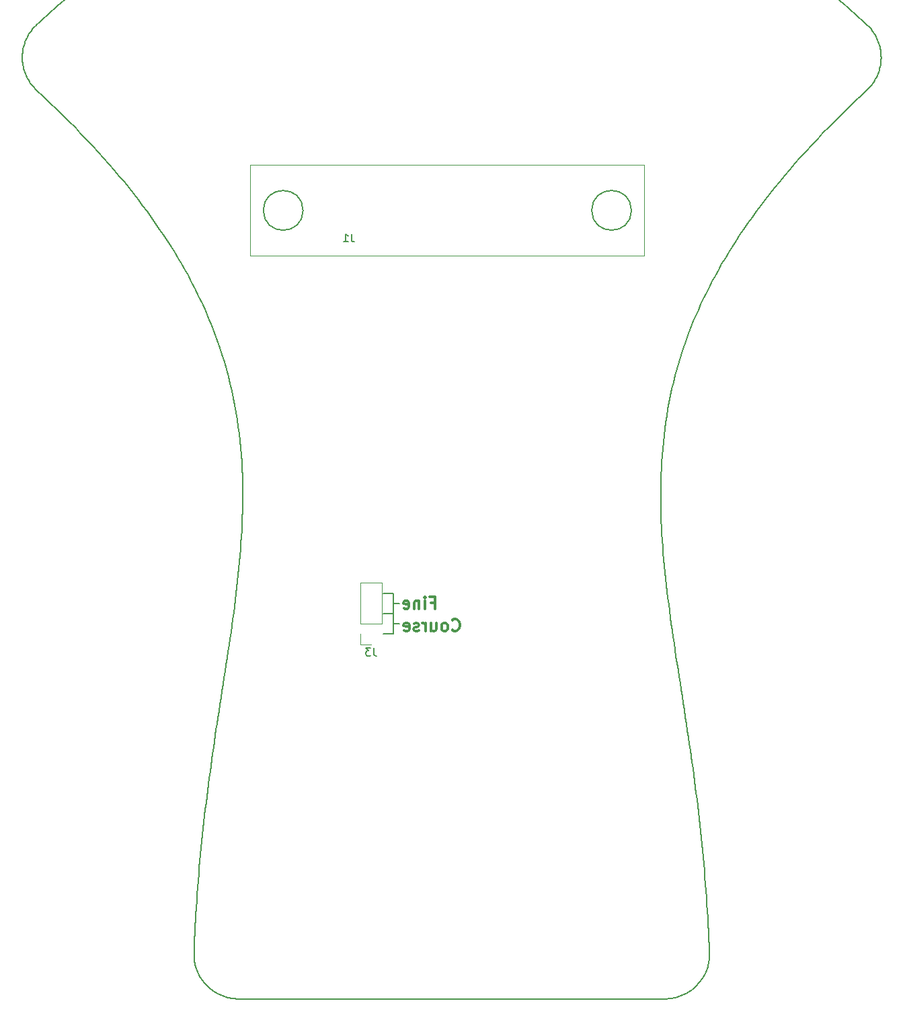
<source format=gbr>
G04 #@! TF.GenerationSoftware,KiCad,Pcbnew,(5.1.6)-1*
G04 #@! TF.CreationDate,2020-08-11T13:40:37+01:00*
G04 #@! TF.ProjectId,controller,636f6e74-726f-46c6-9c65-722e6b696361,rev?*
G04 #@! TF.SameCoordinates,Original*
G04 #@! TF.FileFunction,Legend,Bot*
G04 #@! TF.FilePolarity,Positive*
%FSLAX46Y46*%
G04 Gerber Fmt 4.6, Leading zero omitted, Abs format (unit mm)*
G04 Created by KiCad (PCBNEW (5.1.6)-1) date 2020-08-11 13:40:37*
%MOMM*%
%LPD*%
G01*
G04 APERTURE LIST*
%ADD10C,0.150000*%
%ADD11C,0.300000*%
G04 #@! TA.AperFunction,Profile*
%ADD12C,0.200000*%
G04 #@! TD*
%ADD13C,0.120000*%
%ADD14C,0.200000*%
G04 APERTURE END LIST*
D10*
X84328000Y-133350000D02*
X85090000Y-133350000D01*
X84328000Y-130810000D02*
X85090000Y-130810000D01*
X84328000Y-134620000D02*
X84328000Y-132080000D01*
X83058000Y-134620000D02*
X84328000Y-134620000D01*
X83058000Y-132080000D02*
X84328000Y-132080000D01*
X84328000Y-132080000D02*
X83058000Y-132080000D01*
X84328000Y-129540000D02*
X84328000Y-132080000D01*
X83058000Y-129540000D02*
X84328000Y-129540000D01*
D11*
X89094285Y-130702857D02*
X89594285Y-130702857D01*
X89594285Y-131488571D02*
X89594285Y-129988571D01*
X88880000Y-129988571D01*
X88308571Y-131488571D02*
X88308571Y-130488571D01*
X88308571Y-129988571D02*
X88380000Y-130060000D01*
X88308571Y-130131428D01*
X88237142Y-130060000D01*
X88308571Y-129988571D01*
X88308571Y-130131428D01*
X87594285Y-130488571D02*
X87594285Y-131488571D01*
X87594285Y-130631428D02*
X87522857Y-130560000D01*
X87380000Y-130488571D01*
X87165714Y-130488571D01*
X87022857Y-130560000D01*
X86951428Y-130702857D01*
X86951428Y-131488571D01*
X85665714Y-131417142D02*
X85808571Y-131488571D01*
X86094285Y-131488571D01*
X86237142Y-131417142D01*
X86308571Y-131274285D01*
X86308571Y-130702857D01*
X86237142Y-130560000D01*
X86094285Y-130488571D01*
X85808571Y-130488571D01*
X85665714Y-130560000D01*
X85594285Y-130702857D01*
X85594285Y-130845714D01*
X86308571Y-130988571D01*
X91761142Y-134139714D02*
X91832571Y-134211142D01*
X92046857Y-134282571D01*
X92189714Y-134282571D01*
X92404000Y-134211142D01*
X92546857Y-134068285D01*
X92618285Y-133925428D01*
X92689714Y-133639714D01*
X92689714Y-133425428D01*
X92618285Y-133139714D01*
X92546857Y-132996857D01*
X92404000Y-132854000D01*
X92189714Y-132782571D01*
X92046857Y-132782571D01*
X91832571Y-132854000D01*
X91761142Y-132925428D01*
X90904000Y-134282571D02*
X91046857Y-134211142D01*
X91118285Y-134139714D01*
X91189714Y-133996857D01*
X91189714Y-133568285D01*
X91118285Y-133425428D01*
X91046857Y-133354000D01*
X90904000Y-133282571D01*
X90689714Y-133282571D01*
X90546857Y-133354000D01*
X90475428Y-133425428D01*
X90404000Y-133568285D01*
X90404000Y-133996857D01*
X90475428Y-134139714D01*
X90546857Y-134211142D01*
X90689714Y-134282571D01*
X90904000Y-134282571D01*
X89118285Y-133282571D02*
X89118285Y-134282571D01*
X89761142Y-133282571D02*
X89761142Y-134068285D01*
X89689714Y-134211142D01*
X89546857Y-134282571D01*
X89332571Y-134282571D01*
X89189714Y-134211142D01*
X89118285Y-134139714D01*
X88404000Y-134282571D02*
X88404000Y-133282571D01*
X88404000Y-133568285D02*
X88332571Y-133425428D01*
X88261142Y-133354000D01*
X88118285Y-133282571D01*
X87975428Y-133282571D01*
X87546857Y-134211142D02*
X87404000Y-134282571D01*
X87118285Y-134282571D01*
X86975428Y-134211142D01*
X86904000Y-134068285D01*
X86904000Y-133996857D01*
X86975428Y-133854000D01*
X87118285Y-133782571D01*
X87332571Y-133782571D01*
X87475428Y-133711142D01*
X87546857Y-133568285D01*
X87546857Y-133496857D01*
X87475428Y-133354000D01*
X87332571Y-133282571D01*
X87118285Y-133282571D01*
X86975428Y-133354000D01*
X85689714Y-134211142D02*
X85832571Y-134282571D01*
X86118285Y-134282571D01*
X86261142Y-134211142D01*
X86332571Y-134068285D01*
X86332571Y-133496857D01*
X86261142Y-133354000D01*
X86118285Y-133282571D01*
X85832571Y-133282571D01*
X85689714Y-133354000D01*
X85618285Y-133496857D01*
X85618285Y-133639714D01*
X86332571Y-133782571D01*
D12*
X145686549Y-63057868D02*
X145720763Y-62831959D01*
X145720763Y-62831959D02*
X145745701Y-62604626D01*
X145745701Y-62604626D02*
X145761358Y-62376319D01*
X145761358Y-62376319D02*
X145767730Y-62147490D01*
X145767730Y-62147490D02*
X145764815Y-61918591D01*
X145764815Y-61918591D02*
X145752610Y-61690074D01*
X145752610Y-61690074D02*
X145731109Y-61462390D01*
X145731109Y-61462390D02*
X145700312Y-61235991D01*
X62255540Y-145188824D02*
X62142623Y-145934420D01*
X62142623Y-145934420D02*
X62030322Y-146682999D01*
X62030322Y-146682999D02*
X61918730Y-147434623D01*
X61918730Y-147434623D02*
X61807944Y-148189359D01*
X61807944Y-148189359D02*
X61698058Y-148947271D01*
X61698058Y-148947271D02*
X61589167Y-149708424D01*
X61589167Y-149708424D02*
X61481368Y-150472882D01*
X61481368Y-150472882D02*
X61374755Y-151240711D01*
X61374755Y-151240711D02*
X61269423Y-152011975D01*
X61269423Y-152011975D02*
X61165468Y-152786739D01*
X61165468Y-152786739D02*
X61062985Y-153565068D01*
X61062985Y-153565068D02*
X60962069Y-154347027D01*
X60962069Y-154347027D02*
X60862816Y-155132681D01*
X60862816Y-155132681D02*
X60765320Y-155922094D01*
X60765320Y-155922094D02*
X60669677Y-156715331D01*
X60669677Y-156715331D02*
X60575983Y-157512457D01*
X60575983Y-157512457D02*
X60484331Y-158313537D01*
X60484331Y-158313537D02*
X60394819Y-159118636D01*
X60394819Y-159118636D02*
X60307540Y-159927818D01*
X60307540Y-159927818D02*
X60222591Y-160741148D01*
X60222591Y-160741148D02*
X60140066Y-161558692D01*
X60140066Y-161558692D02*
X60060060Y-162380514D01*
X60060060Y-162380514D02*
X59982670Y-163206678D01*
X59982670Y-163206678D02*
X59907989Y-164037251D01*
X59907989Y-164037251D02*
X59836115Y-164872295D01*
X59836115Y-164872295D02*
X59767140Y-165711877D01*
X59767140Y-165711877D02*
X59701162Y-166556061D01*
X59701162Y-166556061D02*
X59638275Y-167404912D01*
X59638275Y-167404912D02*
X59578574Y-168258494D01*
X59578574Y-168258494D02*
X59522155Y-169116873D01*
X59522155Y-169116873D02*
X59469113Y-169980114D01*
X59469113Y-169980114D02*
X59419543Y-170848281D01*
X39356251Y-58051339D02*
G75*
G02*
X144031637Y-58051339I52337693J-54916904D01*
G01*
X59463003Y-176542790D02*
X59530561Y-176757145D01*
X59530561Y-176757145D02*
X59606786Y-176968792D01*
X59606786Y-176968792D02*
X59691491Y-177177341D01*
X59691491Y-177177341D02*
X59784492Y-177382404D01*
X59784492Y-177382404D02*
X59885601Y-177583593D01*
X59885601Y-177583593D02*
X59994634Y-177780519D01*
X59994634Y-177780519D02*
X60111406Y-177972794D01*
X60111406Y-177972794D02*
X60235731Y-178160030D01*
X59419543Y-170848281D02*
X59406402Y-171090143D01*
X59406402Y-171090143D02*
X59393521Y-171332387D01*
X59393521Y-171332387D02*
X59380898Y-171575013D01*
X59380898Y-171575013D02*
X59368535Y-171818022D01*
X59368535Y-171818022D02*
X59356434Y-172061415D01*
X59356434Y-172061415D02*
X59344594Y-172305191D01*
X59344594Y-172305191D02*
X59333017Y-172549353D01*
X59333017Y-172549353D02*
X59321704Y-172793901D01*
X59321704Y-172793901D02*
X59310656Y-173038836D01*
X59310656Y-173038836D02*
X59299873Y-173284158D01*
X59299873Y-173284158D02*
X59289356Y-173529867D01*
X59289356Y-173529867D02*
X59279107Y-173775966D01*
X59279107Y-173775966D02*
X59269127Y-174022454D01*
X59269127Y-174022454D02*
X59259416Y-174269333D01*
X59259416Y-174269333D02*
X59249974Y-174516603D01*
X59249974Y-174516603D02*
X59240805Y-174764265D01*
X123924885Y-176542790D02*
X123983687Y-176325871D01*
X123983687Y-176325871D02*
X124033731Y-176106560D01*
X124033731Y-176106560D02*
X124074964Y-175885282D01*
X124074964Y-175885282D02*
X124107331Y-175662462D01*
X124107331Y-175662462D02*
X124130780Y-175438525D01*
X124130780Y-175438525D02*
X124145257Y-175213896D01*
X124145257Y-175213896D02*
X124150709Y-174989001D01*
X124150709Y-174989001D02*
X124147083Y-174764265D01*
X39417939Y-66216946D02*
X40264668Y-67006040D01*
X40264668Y-67006040D02*
X41094945Y-67792281D01*
X41094945Y-67792281D02*
X41908874Y-68575709D01*
X41908874Y-68575709D02*
X42706561Y-69356363D01*
X42706561Y-69356363D02*
X43488112Y-70134280D01*
X43488112Y-70134280D02*
X44253633Y-70909501D01*
X44253633Y-70909501D02*
X45003229Y-71682063D01*
X45003229Y-71682063D02*
X45737007Y-72452007D01*
X45737007Y-72452007D02*
X46455072Y-73219371D01*
X46455072Y-73219371D02*
X47157531Y-73984193D01*
X47157531Y-73984193D02*
X47844487Y-74746513D01*
X47844487Y-74746513D02*
X48516049Y-75506371D01*
X48516049Y-75506371D02*
X49172321Y-76263803D01*
X49172321Y-76263803D02*
X49813409Y-77018851D01*
X49813409Y-77018851D02*
X50439420Y-77771552D01*
X50439420Y-77771552D02*
X51050458Y-78521946D01*
X51050458Y-78521946D02*
X51646630Y-79270071D01*
X51646630Y-79270071D02*
X52228041Y-80015966D01*
X52228041Y-80015966D02*
X52794798Y-80759671D01*
X52794798Y-80759671D02*
X53347006Y-81501224D01*
X53347006Y-81501224D02*
X53884771Y-82240664D01*
X53884771Y-82240664D02*
X54408198Y-82978030D01*
X54408198Y-82978030D02*
X54917394Y-83713362D01*
X54917394Y-83713362D02*
X55412464Y-84446698D01*
X55412464Y-84446698D02*
X55893515Y-85178076D01*
X55893515Y-85178076D02*
X56360651Y-85907536D01*
X56360651Y-85907536D02*
X56813979Y-86635118D01*
X56813979Y-86635118D02*
X57253605Y-87360859D01*
X57253605Y-87360859D02*
X57679634Y-88084798D01*
X57679634Y-88084798D02*
X58092172Y-88806976D01*
X58092172Y-88806976D02*
X58491326Y-89527430D01*
X58491326Y-89527430D02*
X58877200Y-90246200D01*
X121908070Y-179450288D02*
X122085182Y-179311923D01*
X122085182Y-179311923D02*
X122256719Y-179166392D01*
X122256719Y-179166392D02*
X122422382Y-179014003D01*
X122422382Y-179014003D02*
X122581874Y-178855067D01*
X122581874Y-178855067D02*
X122734896Y-178689892D01*
X122734896Y-178689892D02*
X122881149Y-178518788D01*
X122881149Y-178518788D02*
X123020335Y-178342064D01*
X123020335Y-178342064D02*
X123152157Y-178160030D01*
X118550799Y-180568242D02*
X118775518Y-180563680D01*
X118775518Y-180563680D02*
X119000066Y-180550040D01*
X119000066Y-180550040D02*
X119224018Y-180527390D01*
X119224018Y-180527390D02*
X119446952Y-180495800D01*
X119446952Y-180495800D02*
X119668445Y-180455338D01*
X119668445Y-180455338D02*
X119888074Y-180406074D01*
X119888074Y-180406074D02*
X120105417Y-180348074D01*
X120105417Y-180348074D02*
X120320050Y-180281410D01*
X61479818Y-179450288D02*
X61662400Y-179581349D01*
X61662400Y-179581349D02*
X61850294Y-179705047D01*
X61850294Y-179705047D02*
X62043118Y-179821181D01*
X62043118Y-179821181D02*
X62240490Y-179929551D01*
X62240490Y-179929551D02*
X62442030Y-180029959D01*
X62442030Y-180029959D02*
X62647355Y-180122204D01*
X62647355Y-180122204D02*
X62856085Y-180206088D01*
X62856085Y-180206088D02*
X63067838Y-180281410D01*
X65354190Y-119223991D02*
X65329556Y-120019837D01*
X65329556Y-120019837D02*
X65297695Y-120815483D01*
X65297695Y-120815483D02*
X65258866Y-121611048D01*
X65258866Y-121611048D02*
X65213323Y-122406652D01*
X65213323Y-122406652D02*
X65161325Y-123202416D01*
X65161325Y-123202416D02*
X65103128Y-123998461D01*
X65103128Y-123998461D02*
X65038989Y-124794906D01*
X65038989Y-124794906D02*
X64969164Y-125591874D01*
X64969164Y-125591874D02*
X64893911Y-126389483D01*
X64893911Y-126389483D02*
X64813486Y-127187855D01*
X64813486Y-127187855D02*
X64728146Y-127987109D01*
X64728146Y-127987109D02*
X64638148Y-128787368D01*
X64638148Y-128787368D02*
X64543750Y-129588750D01*
X64543750Y-129588750D02*
X64445206Y-130391377D01*
X64445206Y-130391377D02*
X64342776Y-131195368D01*
X64342776Y-131195368D02*
X64236715Y-132000846D01*
X64236715Y-132000846D02*
X64127279Y-132807929D01*
X64127279Y-132807929D02*
X64014727Y-133616738D01*
X64014727Y-133616738D02*
X63899315Y-134427395D01*
X63899315Y-134427395D02*
X63781299Y-135240018D01*
X63781299Y-135240018D02*
X63660937Y-136054730D01*
X63660937Y-136054730D02*
X63538485Y-136871650D01*
X63538485Y-136871650D02*
X63414201Y-137690900D01*
X63414201Y-137690900D02*
X63288340Y-138512598D01*
X63288340Y-138512598D02*
X63161160Y-139336867D01*
X63161160Y-139336867D02*
X63032918Y-140163825D01*
X63032918Y-140163825D02*
X62903871Y-140993595D01*
X62903871Y-140993595D02*
X62774274Y-141826296D01*
X62774274Y-141826296D02*
X62644386Y-142662049D01*
X62644386Y-142662049D02*
X62514463Y-143500974D01*
X62514463Y-143500974D02*
X62384762Y-144343192D01*
X62384762Y-144343192D02*
X62255540Y-145188824D01*
X122138302Y-95298900D02*
X122437237Y-94586586D01*
X122437237Y-94586586D02*
X122748557Y-93872817D01*
X122748557Y-93872817D02*
X123072389Y-93157555D01*
X123072389Y-93157555D02*
X123408857Y-92440760D01*
X123408857Y-92440760D02*
X123758089Y-91722391D01*
X123758089Y-91722391D02*
X124120210Y-91002411D01*
X124120210Y-91002411D02*
X124495346Y-90280778D01*
X124495346Y-90280778D02*
X124883623Y-89557455D01*
X124883623Y-89557455D02*
X125285168Y-88832400D01*
X125285168Y-88832400D02*
X125700106Y-88105575D01*
X125700106Y-88105575D02*
X126128564Y-87376940D01*
X126128564Y-87376940D02*
X126570668Y-86646456D01*
X126570668Y-86646456D02*
X127026543Y-85914083D01*
X127026543Y-85914083D02*
X127496316Y-85179782D01*
X127496316Y-85179782D02*
X127980112Y-84443512D01*
X127980112Y-84443512D02*
X128478059Y-83705235D01*
X128478059Y-83705235D02*
X128990281Y-82964912D01*
X128990281Y-82964912D02*
X129516906Y-82222502D01*
X129516906Y-82222502D02*
X130058058Y-81477966D01*
X130058058Y-81477966D02*
X130613865Y-80731264D01*
X130613865Y-80731264D02*
X131184451Y-79982358D01*
X131184451Y-79982358D02*
X131769944Y-79231207D01*
X131769944Y-79231207D02*
X132370470Y-78477772D01*
X132370470Y-78477772D02*
X132986153Y-77722014D01*
X132986153Y-77722014D02*
X133617121Y-76963893D01*
X133617121Y-76963893D02*
X134263499Y-76203369D01*
X134263499Y-76203369D02*
X134925414Y-75440404D01*
X134925414Y-75440404D02*
X135602992Y-74674957D01*
X135602992Y-74674957D02*
X136296358Y-73906989D01*
X136296358Y-73906989D02*
X137005639Y-73136460D01*
X137005639Y-73136460D02*
X137730961Y-72363332D01*
X137730961Y-72363332D02*
X138472450Y-71587564D01*
X120320050Y-180281410D02*
X120531802Y-180206088D01*
X120531802Y-180206088D02*
X120740532Y-180122204D01*
X120740532Y-180122204D02*
X120945857Y-180029959D01*
X120945857Y-180029959D02*
X121147397Y-179929551D01*
X121147397Y-179929551D02*
X121344769Y-179821181D01*
X121344769Y-179821181D02*
X121537593Y-179705047D01*
X121537593Y-179705047D02*
X121725487Y-179581349D01*
X121725487Y-179581349D02*
X121908070Y-179450288D01*
X118155210Y-122056872D02*
X118110681Y-121235843D01*
X118110681Y-121235843D02*
X118073652Y-120414529D01*
X118073652Y-120414529D02*
X118044463Y-119592862D01*
X118044463Y-119592862D02*
X118023454Y-118770772D01*
X118023454Y-118770772D02*
X118010966Y-117948190D01*
X118010966Y-117948190D02*
X118007338Y-117125045D01*
X118007338Y-117125045D02*
X118012911Y-116301270D01*
X118012911Y-116301270D02*
X118028026Y-115476794D01*
X118028026Y-115476794D02*
X118053024Y-114651548D01*
X118053024Y-114651548D02*
X118088243Y-113825463D01*
X118088243Y-113825463D02*
X118134026Y-112998469D01*
X118134026Y-112998469D02*
X118190711Y-112170498D01*
X118190711Y-112170498D02*
X118258640Y-111341479D01*
X118258640Y-111341479D02*
X118338154Y-110511343D01*
X118338154Y-110511343D02*
X118429591Y-109680022D01*
X118429591Y-109680022D02*
X118533294Y-108847445D01*
X118533294Y-108847445D02*
X118649601Y-108013544D01*
X118649601Y-108013544D02*
X118778854Y-107178248D01*
X118778854Y-107178248D02*
X118921393Y-106341489D01*
X118921393Y-106341489D02*
X119077559Y-105503198D01*
X119077559Y-105503198D02*
X119247691Y-104663304D01*
X119247691Y-104663304D02*
X119432130Y-103821739D01*
X119432130Y-103821739D02*
X119631217Y-102978433D01*
X119631217Y-102978433D02*
X119845292Y-102133317D01*
X119845292Y-102133317D02*
X120074695Y-101286321D01*
X120074695Y-101286321D02*
X120319767Y-100437376D01*
X120319767Y-100437376D02*
X120580847Y-99586414D01*
X120580847Y-99586414D02*
X120858278Y-98733363D01*
X120858278Y-98733363D02*
X121152398Y-97878156D01*
X121152398Y-97878156D02*
X121463548Y-97020723D01*
X121463548Y-97020723D02*
X121792069Y-96160994D01*
X121792069Y-96160994D02*
X122138302Y-95298900D01*
X37701339Y-63057868D02*
X37744850Y-63282172D01*
X37744850Y-63282172D02*
X37797579Y-63504710D01*
X37797579Y-63504710D02*
X37859378Y-63725054D01*
X37859378Y-63725054D02*
X37930099Y-63942778D01*
X37930099Y-63942778D02*
X38009593Y-64157454D01*
X38009593Y-64157454D02*
X38097711Y-64368654D01*
X38097711Y-64368654D02*
X38194305Y-64575952D01*
X38194305Y-64575952D02*
X38299226Y-64778921D01*
X121633344Y-148544940D02*
X121505377Y-147674690D01*
X121505377Y-147674690D02*
X121376138Y-146808436D01*
X121376138Y-146808436D02*
X121245879Y-145946053D01*
X121245879Y-145946053D02*
X121114852Y-145087416D01*
X121114852Y-145087416D02*
X120983307Y-144232398D01*
X120983307Y-144232398D02*
X120851497Y-143380875D01*
X120851497Y-143380875D02*
X120719672Y-142532721D01*
X120719672Y-142532721D02*
X120588085Y-141687811D01*
X120588085Y-141687811D02*
X120456988Y-140846018D01*
X120456988Y-140846018D02*
X120326630Y-140007218D01*
X120326630Y-140007218D02*
X120197265Y-139171286D01*
X120197265Y-139171286D02*
X120069143Y-138338095D01*
X120069143Y-138338095D02*
X119942516Y-137507520D01*
X119942516Y-137507520D02*
X119817636Y-136679437D01*
X119817636Y-136679437D02*
X119694754Y-135853719D01*
X119694754Y-135853719D02*
X119574122Y-135030241D01*
X119574122Y-135030241D02*
X119455991Y-134208877D01*
X119455991Y-134208877D02*
X119340613Y-133389503D01*
X119340613Y-133389503D02*
X119228239Y-132571992D01*
X119228239Y-132571992D02*
X119119121Y-131756219D01*
X119119121Y-131756219D02*
X119013510Y-130942060D01*
X119013510Y-130942060D02*
X118911658Y-130129387D01*
X118911658Y-130129387D02*
X118813816Y-129318077D01*
X118813816Y-129318077D02*
X118720236Y-128508003D01*
X118720236Y-128508003D02*
X118631170Y-127699040D01*
X118631170Y-127699040D02*
X118546868Y-126891063D01*
X118546868Y-126891063D02*
X118467583Y-126083946D01*
X118467583Y-126083946D02*
X118393566Y-125277563D01*
X118393566Y-125277563D02*
X118325069Y-124471790D01*
X118325069Y-124471790D02*
X118262343Y-123666501D01*
X118262343Y-123666501D02*
X118205639Y-122861570D01*
X118205639Y-122861570D02*
X118155210Y-122056872D01*
X59240805Y-174764265D02*
X59237178Y-174989001D01*
X59237178Y-174989001D02*
X59242630Y-175213896D01*
X59242630Y-175213896D02*
X59257107Y-175438525D01*
X59257107Y-175438525D02*
X59280556Y-175662462D01*
X59280556Y-175662462D02*
X59312923Y-175885282D01*
X59312923Y-175885282D02*
X59354156Y-176106560D01*
X59354156Y-176106560D02*
X59404200Y-176325871D01*
X59404200Y-176325871D02*
X59463003Y-176542790D01*
X39356251Y-58051339D02*
X39194128Y-58212362D01*
X39194128Y-58212362D02*
X39038611Y-58380054D01*
X39038611Y-58380054D02*
X38889970Y-58554055D01*
X38889970Y-58554055D02*
X38748477Y-58734004D01*
X38748477Y-58734004D02*
X38614401Y-58919543D01*
X38614401Y-58919543D02*
X38488014Y-59110312D01*
X38488014Y-59110312D02*
X38369587Y-59305951D01*
X38369587Y-59305951D02*
X38259391Y-59506101D01*
X138472450Y-71587564D02*
X138632794Y-71421659D01*
X138632794Y-71421659D02*
X138793871Y-71255632D01*
X138793871Y-71255632D02*
X138955681Y-71089485D01*
X138955681Y-71089485D02*
X139118226Y-70923215D01*
X139118226Y-70923215D02*
X139281505Y-70756822D01*
X139281505Y-70756822D02*
X139445519Y-70590308D01*
X139445519Y-70590308D02*
X139610269Y-70423670D01*
X139610269Y-70423670D02*
X139775755Y-70256909D01*
X139775755Y-70256909D02*
X139941979Y-70090025D01*
X139941979Y-70090025D02*
X140108940Y-69923017D01*
X140108940Y-69923017D02*
X140276639Y-69755885D01*
X140276639Y-69755885D02*
X140445077Y-69588629D01*
X140445077Y-69588629D02*
X140614255Y-69421248D01*
X140614255Y-69421248D02*
X140784173Y-69253742D01*
X140784173Y-69253742D02*
X140954831Y-69086111D01*
X140954831Y-69086111D02*
X141126231Y-68918355D01*
X141126231Y-68918355D02*
X141298373Y-68750472D01*
X141298373Y-68750472D02*
X141471258Y-68582464D01*
X141471258Y-68582464D02*
X141644885Y-68414329D01*
X141644885Y-68414329D02*
X141819256Y-68246068D01*
X141819256Y-68246068D02*
X141994372Y-68077680D01*
X141994372Y-68077680D02*
X142170233Y-67909164D01*
X142170233Y-67909164D02*
X142346839Y-67740521D01*
X142346839Y-67740521D02*
X142524191Y-67571750D01*
X142524191Y-67571750D02*
X142702291Y-67402851D01*
X142702291Y-67402851D02*
X142881137Y-67233823D01*
X142881137Y-67233823D02*
X143060732Y-67064667D01*
X143060732Y-67064667D02*
X143241076Y-66895382D01*
X143241076Y-66895382D02*
X143422168Y-66725968D01*
X143422168Y-66725968D02*
X143604011Y-66556424D01*
X143604011Y-66556424D02*
X143786604Y-66386750D01*
X143786604Y-66386750D02*
X143969949Y-66216946D01*
X38299226Y-64778921D02*
X38412433Y-64977383D01*
X38412433Y-64977383D02*
X38533802Y-65171210D01*
X38533802Y-65171210D02*
X38663057Y-65360048D01*
X38663057Y-65360048D02*
X38799920Y-65543540D01*
X38799920Y-65543540D02*
X38944116Y-65721331D01*
X38944116Y-65721331D02*
X39095369Y-65893066D01*
X39095369Y-65893066D02*
X39253402Y-66058390D01*
X39253402Y-66058390D02*
X39417939Y-66216946D01*
X123152157Y-178160030D02*
X123276481Y-177972794D01*
X123276481Y-177972794D02*
X123393253Y-177780519D01*
X123393253Y-177780519D02*
X123502286Y-177583593D01*
X123502286Y-177583593D02*
X123603396Y-177382404D01*
X123603396Y-177382404D02*
X123696396Y-177177341D01*
X123696396Y-177177341D02*
X123781101Y-176968792D01*
X123781101Y-176968792D02*
X123857326Y-176757145D01*
X123857326Y-176757145D02*
X123924885Y-176542790D01*
X145700312Y-61235991D02*
X145660194Y-61011054D01*
X145660194Y-61011054D02*
X145610833Y-60787745D01*
X145610833Y-60787745D02*
X145552370Y-60566492D01*
X145552370Y-60566492D02*
X145484947Y-60347725D01*
X145484947Y-60347725D02*
X145408706Y-60131872D01*
X145408706Y-60131872D02*
X145323789Y-59919365D01*
X145323789Y-59919365D02*
X145230339Y-59710631D01*
X145230339Y-59710631D02*
X145128497Y-59506101D01*
X143969949Y-66216946D02*
X144134485Y-66058390D01*
X144134485Y-66058390D02*
X144292518Y-65893066D01*
X144292518Y-65893066D02*
X144443771Y-65721331D01*
X144443771Y-65721331D02*
X144587967Y-65543540D01*
X144587967Y-65543540D02*
X144724830Y-65360048D01*
X144724830Y-65360048D02*
X144854085Y-65171210D01*
X144854085Y-65171210D02*
X144975454Y-64977383D01*
X144975454Y-64977383D02*
X145088662Y-64778921D01*
X124147083Y-174764265D02*
X124112697Y-173874737D01*
X124112697Y-173874737D02*
X124074630Y-172990324D01*
X124074630Y-172990324D02*
X124032963Y-172110969D01*
X124032963Y-172110969D02*
X123987780Y-171236612D01*
X123987780Y-171236612D02*
X123939164Y-170367193D01*
X123939164Y-170367193D02*
X123887199Y-169502656D01*
X123887199Y-169502656D02*
X123831968Y-168642939D01*
X123831968Y-168642939D02*
X123773554Y-167787986D01*
X123773554Y-167787986D02*
X123712041Y-166937736D01*
X123712041Y-166937736D02*
X123647511Y-166092131D01*
X123647511Y-166092131D02*
X123580048Y-165251113D01*
X123580048Y-165251113D02*
X123509736Y-164414622D01*
X123509736Y-164414622D02*
X123436658Y-163582599D01*
X123436658Y-163582599D02*
X123360896Y-162754986D01*
X123360896Y-162754986D02*
X123282535Y-161931724D01*
X123282535Y-161931724D02*
X123201657Y-161112754D01*
X123201657Y-161112754D02*
X123118346Y-160298017D01*
X123118346Y-160298017D02*
X123032685Y-159487455D01*
X123032685Y-159487455D02*
X122944758Y-158681008D01*
X122944758Y-158681008D02*
X122854647Y-157878617D01*
X122854647Y-157878617D02*
X122762437Y-157080225D01*
X122762437Y-157080225D02*
X122668209Y-156285771D01*
X122668209Y-156285771D02*
X122572049Y-155495198D01*
X122572049Y-155495198D02*
X122474038Y-154708446D01*
X122474038Y-154708446D02*
X122374260Y-153925457D01*
X122374260Y-153925457D02*
X122272799Y-153146171D01*
X122272799Y-153146171D02*
X122169738Y-152370530D01*
X122169738Y-152370530D02*
X122065160Y-151598475D01*
X122065160Y-151598475D02*
X121959148Y-150829948D01*
X121959148Y-150829948D02*
X121851786Y-150064888D01*
X121851786Y-150064888D02*
X121743156Y-149303239D01*
X121743156Y-149303239D02*
X121633344Y-148544940D01*
X145128497Y-59506101D02*
X145018300Y-59305951D01*
X145018300Y-59305951D02*
X144899873Y-59110312D01*
X144899873Y-59110312D02*
X144773486Y-58919543D01*
X144773486Y-58919543D02*
X144639410Y-58734004D01*
X144639410Y-58734004D02*
X144497917Y-58554055D01*
X144497917Y-58554055D02*
X144349276Y-58380054D01*
X144349276Y-58380054D02*
X144193759Y-58212362D01*
X144193759Y-58212362D02*
X144031637Y-58051339D01*
X38259391Y-59506101D02*
X38157548Y-59710631D01*
X38157548Y-59710631D02*
X38064098Y-59919365D01*
X38064098Y-59919365D02*
X37979181Y-60131872D01*
X37979181Y-60131872D02*
X37902940Y-60347725D01*
X37902940Y-60347725D02*
X37835517Y-60566492D01*
X37835517Y-60566492D02*
X37777054Y-60787745D01*
X37777054Y-60787745D02*
X37727693Y-61011054D01*
X37727693Y-61011054D02*
X37687576Y-61235991D01*
X37687576Y-61235991D02*
X37656778Y-61462390D01*
X37656778Y-61462390D02*
X37635277Y-61690074D01*
X37635277Y-61690074D02*
X37623072Y-61918591D01*
X37623072Y-61918591D02*
X37620157Y-62147490D01*
X37620157Y-62147490D02*
X37626529Y-62376319D01*
X37626529Y-62376319D02*
X37642186Y-62604626D01*
X37642186Y-62604626D02*
X37667124Y-62831959D01*
X37667124Y-62831959D02*
X37701339Y-63057868D01*
X64837089Y-180568242D02*
X118550799Y-180568242D01*
X63067838Y-180281410D02*
X63282470Y-180348074D01*
X63282470Y-180348074D02*
X63499813Y-180406074D01*
X63499813Y-180406074D02*
X63719442Y-180455338D01*
X63719442Y-180455338D02*
X63940935Y-180495800D01*
X63940935Y-180495800D02*
X64163869Y-180527390D01*
X64163869Y-180527390D02*
X64387821Y-180550040D01*
X64387821Y-180550040D02*
X64612369Y-180563680D01*
X64612369Y-180563680D02*
X64837089Y-180568242D01*
X145088662Y-64778921D02*
X145193582Y-64575952D01*
X145193582Y-64575952D02*
X145290176Y-64368654D01*
X145290176Y-64368654D02*
X145378294Y-64157454D01*
X145378294Y-64157454D02*
X145457788Y-63942778D01*
X145457788Y-63942778D02*
X145528509Y-63725054D01*
X145528509Y-63725054D02*
X145590308Y-63504710D01*
X145590308Y-63504710D02*
X145643037Y-63282172D01*
X145643037Y-63282172D02*
X145686549Y-63057868D01*
X60235731Y-178160030D02*
X60367552Y-178342064D01*
X60367552Y-178342064D02*
X60506738Y-178518788D01*
X60506738Y-178518788D02*
X60652991Y-178689892D01*
X60652991Y-178689892D02*
X60806013Y-178855067D01*
X60806013Y-178855067D02*
X60965505Y-179014003D01*
X60965505Y-179014003D02*
X61131168Y-179166392D01*
X61131168Y-179166392D02*
X61302705Y-179311923D01*
X61302705Y-179311923D02*
X61479818Y-179450288D01*
X58877200Y-90246200D02*
X59363340Y-91186366D01*
X59363340Y-91186366D02*
X59827105Y-92123562D01*
X59827105Y-92123562D02*
X60268902Y-93057862D01*
X60268902Y-93057862D02*
X60689138Y-93989339D01*
X60689138Y-93989339D02*
X61088220Y-94918068D01*
X61088220Y-94918068D02*
X61466555Y-95844122D01*
X61466555Y-95844122D02*
X61824550Y-96767574D01*
X61824550Y-96767574D02*
X62162611Y-97688498D01*
X62162611Y-97688498D02*
X62481146Y-98606969D01*
X62481146Y-98606969D02*
X62780562Y-99523059D01*
X62780562Y-99523059D02*
X63061265Y-100436842D01*
X63061265Y-100436842D02*
X63323663Y-101348392D01*
X63323663Y-101348392D02*
X63568162Y-102257784D01*
X63568162Y-102257784D02*
X63795170Y-103165090D01*
X63795170Y-103165090D02*
X64005093Y-104070384D01*
X64005093Y-104070384D02*
X64198339Y-104973739D01*
X64198339Y-104973739D02*
X64375314Y-105875231D01*
X64375314Y-105875231D02*
X64536425Y-106774932D01*
X64536425Y-106774932D02*
X64682080Y-107672915D01*
X64682080Y-107672915D02*
X64812684Y-108569256D01*
X64812684Y-108569256D02*
X64928646Y-109464027D01*
X64928646Y-109464027D02*
X65030372Y-110357301D01*
X65030372Y-110357301D02*
X65118269Y-111249154D01*
X65118269Y-111249154D02*
X65192744Y-112139658D01*
X65192744Y-112139658D02*
X65254205Y-113028888D01*
X65254205Y-113028888D02*
X65303057Y-113916916D01*
X65303057Y-113916916D02*
X65339708Y-114803817D01*
X65339708Y-114803817D02*
X65364564Y-115689664D01*
X65364564Y-115689664D02*
X65378034Y-116574532D01*
X65378034Y-116574532D02*
X65380524Y-117458493D01*
X65380524Y-117458493D02*
X65372440Y-118341621D01*
X65372440Y-118341621D02*
X65354190Y-119223991D01*
D13*
X80204000Y-128210000D02*
X82864000Y-128210000D01*
X80204000Y-133350000D02*
X80204000Y-128210000D01*
X82864000Y-133350000D02*
X82864000Y-128210000D01*
X80204000Y-133350000D02*
X82864000Y-133350000D01*
X80204000Y-134620000D02*
X80204000Y-135950000D01*
X80204000Y-135950000D02*
X81534000Y-135950000D01*
D14*
X72970000Y-81344000D02*
G75*
G03*
X72970000Y-81344000I-2500000J0D01*
G01*
X114320000Y-81344000D02*
G75*
G03*
X114320000Y-81344000I-2500000J0D01*
G01*
D13*
X66335000Y-87039000D02*
X115955000Y-87039000D01*
X115955000Y-87039000D02*
X115955000Y-75649000D01*
X66335000Y-75649000D02*
X115955000Y-75649000D01*
X66335000Y-87039000D02*
X66335000Y-75649000D01*
D10*
X81867333Y-136402380D02*
X81867333Y-137116666D01*
X81914952Y-137259523D01*
X82010190Y-137354761D01*
X82153047Y-137402380D01*
X82248285Y-137402380D01*
X81486380Y-136402380D02*
X80867333Y-136402380D01*
X81200666Y-136783333D01*
X81057809Y-136783333D01*
X80962571Y-136830952D01*
X80914952Y-136878571D01*
X80867333Y-136973809D01*
X80867333Y-137211904D01*
X80914952Y-137307142D01*
X80962571Y-137354761D01*
X81057809Y-137402380D01*
X81343523Y-137402380D01*
X81438761Y-137354761D01*
X81486380Y-137307142D01*
X79073333Y-84296380D02*
X79073333Y-85010666D01*
X79120952Y-85153523D01*
X79216190Y-85248761D01*
X79359047Y-85296380D01*
X79454285Y-85296380D01*
X78073333Y-85296380D02*
X78644761Y-85296380D01*
X78359047Y-85296380D02*
X78359047Y-84296380D01*
X78454285Y-84439238D01*
X78549523Y-84534476D01*
X78644761Y-84582095D01*
M02*

</source>
